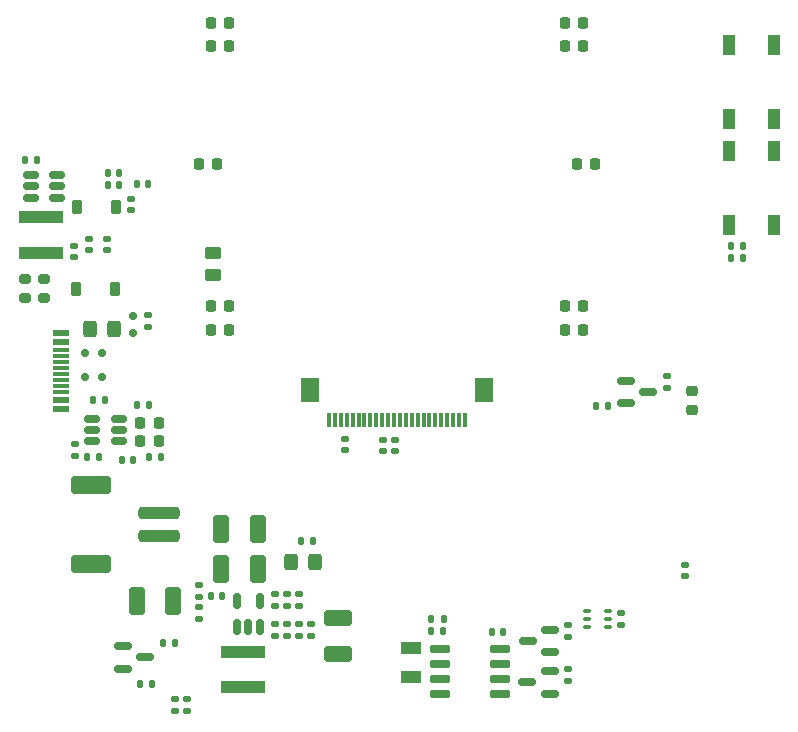
<source format=gtp>
%TF.GenerationSoftware,KiCad,Pcbnew,8.0.0*%
%TF.CreationDate,2024-03-17T03:11:13-07:00*%
%TF.ProjectId,ai-camera-rev3.2,61692d63-616d-4657-9261-2d726576332e,rev3.2*%
%TF.SameCoordinates,PX5a995c0PY2aea540*%
%TF.FileFunction,Paste,Top*%
%TF.FilePolarity,Positive*%
%FSLAX46Y46*%
G04 Gerber Fmt 4.6, Leading zero omitted, Abs format (unit mm)*
G04 Created by KiCad (PCBNEW 8.0.0) date 2024-03-17 03:11:13*
%MOMM*%
%LPD*%
G01*
G04 APERTURE LIST*
G04 Aperture macros list*
%AMRoundRect*
0 Rectangle with rounded corners*
0 $1 Rounding radius*
0 $2 $3 $4 $5 $6 $7 $8 $9 X,Y pos of 4 corners*
0 Add a 4 corners polygon primitive as box body*
4,1,4,$2,$3,$4,$5,$6,$7,$8,$9,$2,$3,0*
0 Add four circle primitives for the rounded corners*
1,1,$1+$1,$2,$3*
1,1,$1+$1,$4,$5*
1,1,$1+$1,$6,$7*
1,1,$1+$1,$8,$9*
0 Add four rect primitives between the rounded corners*
20,1,$1+$1,$2,$3,$4,$5,0*
20,1,$1+$1,$4,$5,$6,$7,0*
20,1,$1+$1,$6,$7,$8,$9,0*
20,1,$1+$1,$8,$9,$2,$3,0*%
G04 Aperture macros list end*
%ADD10RoundRect,0.140000X-0.140000X-0.170000X0.140000X-0.170000X0.140000X0.170000X-0.140000X0.170000X0*%
%ADD11RoundRect,0.075000X0.250000X0.075000X-0.250000X0.075000X-0.250000X-0.075000X0.250000X-0.075000X0*%
%ADD12RoundRect,0.150000X-0.725000X-0.150000X0.725000X-0.150000X0.725000X0.150000X-0.725000X0.150000X0*%
%ADD13R,3.700000X1.100000*%
%ADD14RoundRect,0.140000X-0.170000X0.140000X-0.170000X-0.140000X0.170000X-0.140000X0.170000X0.140000X0*%
%ADD15RoundRect,0.200000X0.275000X-0.200000X0.275000X0.200000X-0.275000X0.200000X-0.275000X-0.200000X0*%
%ADD16RoundRect,0.135000X0.135000X0.185000X-0.135000X0.185000X-0.135000X-0.185000X0.135000X-0.185000X0*%
%ADD17RoundRect,0.150000X-0.150000X-0.200000X0.150000X-0.200000X0.150000X0.200000X-0.150000X0.200000X0*%
%ADD18R,1.000000X1.700000*%
%ADD19R,1.800000X1.000000*%
%ADD20RoundRect,0.250000X-0.325000X-0.450000X0.325000X-0.450000X0.325000X0.450000X-0.325000X0.450000X0*%
%ADD21RoundRect,0.218750X0.256250X-0.218750X0.256250X0.218750X-0.256250X0.218750X-0.256250X-0.218750X0*%
%ADD22RoundRect,0.135000X-0.135000X-0.185000X0.135000X-0.185000X0.135000X0.185000X-0.135000X0.185000X0*%
%ADD23RoundRect,0.218750X-0.218750X-0.256250X0.218750X-0.256250X0.218750X0.256250X-0.218750X0.256250X0*%
%ADD24RoundRect,0.250000X0.412500X0.925000X-0.412500X0.925000X-0.412500X-0.925000X0.412500X-0.925000X0*%
%ADD25RoundRect,0.140000X0.170000X-0.140000X0.170000X0.140000X-0.170000X0.140000X-0.170000X-0.140000X0*%
%ADD26RoundRect,0.135000X0.185000X-0.135000X0.185000X0.135000X-0.185000X0.135000X-0.185000X-0.135000X0*%
%ADD27RoundRect,0.135000X-0.185000X0.135000X-0.185000X-0.135000X0.185000X-0.135000X0.185000X0.135000X0*%
%ADD28RoundRect,0.250000X-1.500000X0.250000X-1.500000X-0.250000X1.500000X-0.250000X1.500000X0.250000X0*%
%ADD29RoundRect,0.250001X-1.449999X0.499999X-1.449999X-0.499999X1.449999X-0.499999X1.449999X0.499999X0*%
%ADD30RoundRect,0.250000X0.325000X0.450000X-0.325000X0.450000X-0.325000X-0.450000X0.325000X-0.450000X0*%
%ADD31RoundRect,0.150000X0.512500X0.150000X-0.512500X0.150000X-0.512500X-0.150000X0.512500X-0.150000X0*%
%ADD32R,0.300000X1.300000*%
%ADD33R,1.600000X2.000000*%
%ADD34RoundRect,0.150000X0.587500X0.150000X-0.587500X0.150000X-0.587500X-0.150000X0.587500X-0.150000X0*%
%ADD35RoundRect,0.150000X-0.200000X0.150000X-0.200000X-0.150000X0.200000X-0.150000X0.200000X0.150000X0*%
%ADD36RoundRect,0.225000X0.225000X0.375000X-0.225000X0.375000X-0.225000X-0.375000X0.225000X-0.375000X0*%
%ADD37RoundRect,0.150000X0.150000X-0.512500X0.150000X0.512500X-0.150000X0.512500X-0.150000X-0.512500X0*%
%ADD38RoundRect,0.225000X-0.225000X-0.375000X0.225000X-0.375000X0.225000X0.375000X-0.225000X0.375000X0*%
%ADD39RoundRect,0.140000X0.140000X0.170000X-0.140000X0.170000X-0.140000X-0.170000X0.140000X-0.170000X0*%
%ADD40RoundRect,0.150000X-0.587500X-0.150000X0.587500X-0.150000X0.587500X0.150000X-0.587500X0.150000X0*%
%ADD41R,1.450000X0.600000*%
%ADD42R,1.450000X0.300000*%
%ADD43RoundRect,0.250000X0.925000X-0.412500X0.925000X0.412500X-0.925000X0.412500X-0.925000X-0.412500X0*%
%ADD44RoundRect,0.250000X0.450000X-0.262500X0.450000X0.262500X-0.450000X0.262500X-0.450000X-0.262500X0*%
G04 APERTURE END LIST*
D10*
X11712000Y-47000000D03*
X12672000Y-47000000D03*
D11*
X52900000Y-61150000D03*
X52900000Y-60500000D03*
X52900000Y-59850000D03*
X51100000Y-59850000D03*
X51100000Y-60500000D03*
X51100000Y-61150000D03*
D12*
X38605000Y-62995000D03*
X38605000Y-64265000D03*
X38605000Y-65535000D03*
X38605000Y-66805000D03*
X43755000Y-66805000D03*
X43755000Y-65535000D03*
X43755000Y-64265000D03*
X43755000Y-62995000D03*
D13*
X22000000Y-63250000D03*
X22000000Y-66250000D03*
D14*
X25654000Y-58406000D03*
X25654000Y-59366000D03*
D15*
X5100000Y-33325000D03*
X5100000Y-31675000D03*
D10*
X43040000Y-61620000D03*
X44000000Y-61620000D03*
D16*
X14260000Y-66020000D03*
X13240000Y-66020000D03*
D15*
X3500000Y-33325000D03*
X3500000Y-31675000D03*
D16*
X16200000Y-62530000D03*
X15180000Y-62530000D03*
D17*
X10007500Y-37970000D03*
X8607500Y-37970000D03*
D18*
X66900000Y-20850000D03*
X66900000Y-27150000D03*
X63100000Y-20850000D03*
X63100000Y-27150000D03*
D19*
X36220000Y-65430000D03*
X36220000Y-62930000D03*
D20*
X8975000Y-35930000D03*
X11025000Y-35930000D03*
D14*
X12450000Y-24905000D03*
X12450000Y-25865000D03*
D21*
X60000000Y-42787500D03*
X60000000Y-41212500D03*
D22*
X63250000Y-28890000D03*
X64270000Y-28890000D03*
D23*
X13248987Y-45459099D03*
X14823987Y-45459099D03*
X19212500Y-36000000D03*
X20787500Y-36000000D03*
D22*
X14040000Y-46750000D03*
X15060000Y-46750000D03*
D24*
X16075000Y-59000000D03*
X13000000Y-59000000D03*
D22*
X37910000Y-61500000D03*
X38930000Y-61500000D03*
D25*
X34798000Y-46261000D03*
X34798000Y-45301000D03*
D26*
X49500000Y-62010000D03*
X49500000Y-60990000D03*
D24*
X23212500Y-56250000D03*
X20137500Y-56250000D03*
D13*
X4850000Y-29490000D03*
X4850000Y-26490000D03*
D23*
X19212500Y-12000000D03*
X20787500Y-12000000D03*
D10*
X26900000Y-53900000D03*
X27860000Y-53900000D03*
D27*
X13920000Y-34750000D03*
X13920000Y-35770000D03*
D28*
X14850000Y-51500000D03*
X14850000Y-53500000D03*
D29*
X9100000Y-55850000D03*
X9100000Y-49150000D03*
D30*
X28075000Y-55670000D03*
X26025000Y-55670000D03*
D23*
X49212500Y-34000000D03*
X50787500Y-34000000D03*
D10*
X19250000Y-58550000D03*
X20210000Y-58550000D03*
D23*
X19212500Y-34000000D03*
X20787500Y-34000000D03*
D27*
X18270000Y-57570000D03*
X18270000Y-58590000D03*
D14*
X8910000Y-28320000D03*
X8910000Y-29280000D03*
D23*
X13261486Y-43859099D03*
X14836486Y-43859099D03*
D27*
X18260000Y-59500000D03*
X18260000Y-60520000D03*
D14*
X17200000Y-67300000D03*
X17200000Y-68260000D03*
D31*
X6247500Y-24820000D03*
X6247500Y-23870000D03*
X6247500Y-22920000D03*
X3972500Y-22920000D03*
X3972500Y-23870000D03*
X3972500Y-24820000D03*
D32*
X40750000Y-43600000D03*
X40250000Y-43600000D03*
X39750000Y-43600000D03*
X39250000Y-43600000D03*
X38750000Y-43600000D03*
X38250000Y-43600000D03*
X37750000Y-43600000D03*
X37250000Y-43600000D03*
X36750000Y-43600000D03*
X36250000Y-43600000D03*
X35750000Y-43600000D03*
X35250000Y-43600000D03*
X34750000Y-43600000D03*
X34250000Y-43600000D03*
X33750000Y-43600000D03*
X33250000Y-43600000D03*
X32750000Y-43600000D03*
X32250000Y-43600000D03*
X31750000Y-43600000D03*
X31250000Y-43600000D03*
X30750000Y-43600000D03*
X30250000Y-43600000D03*
X29750000Y-43600000D03*
X29250000Y-43600000D03*
D33*
X42400000Y-41120000D03*
X27600000Y-41120000D03*
D23*
X49212500Y-10000000D03*
X50787500Y-10000000D03*
D34*
X47927500Y-63290000D03*
X47927500Y-61390000D03*
X46052500Y-62340000D03*
D26*
X16200000Y-68310000D03*
X16200000Y-67290000D03*
D35*
X12630000Y-36270000D03*
X12630000Y-34870000D03*
D23*
X19212500Y-10000000D03*
X20787500Y-10000000D03*
D18*
X66900000Y-11850000D03*
X66900000Y-18150000D03*
X63100000Y-11850000D03*
X63100000Y-18150000D03*
D36*
X11220000Y-25600000D03*
X7920000Y-25600000D03*
D10*
X10520000Y-23750000D03*
X11480000Y-23750000D03*
D22*
X3480000Y-21620000D03*
X4500000Y-21620000D03*
D23*
X49212500Y-12000000D03*
X50787500Y-12000000D03*
D26*
X49500000Y-65760000D03*
X49500000Y-64740000D03*
D25*
X59410000Y-56880000D03*
X59410000Y-55920000D03*
D14*
X27686000Y-60946000D03*
X27686000Y-61906000D03*
X25654000Y-60946000D03*
X25654000Y-61906000D03*
D17*
X10007500Y-40030000D03*
X8607500Y-40030000D03*
D37*
X21462500Y-61200000D03*
X22412500Y-61200000D03*
X23362500Y-61200000D03*
X23362500Y-58925000D03*
X21462500Y-58925000D03*
D14*
X24638000Y-60946000D03*
X24638000Y-61906000D03*
D26*
X7725000Y-46710000D03*
X7725000Y-45690000D03*
D14*
X26670000Y-60946000D03*
X26670000Y-61906000D03*
D23*
X49212500Y-36000000D03*
X50787500Y-36000000D03*
D25*
X26670000Y-59366000D03*
X26670000Y-58406000D03*
D22*
X37920000Y-60500000D03*
X38940000Y-60500000D03*
D10*
X10520000Y-22750000D03*
X11480000Y-22750000D03*
D25*
X33782000Y-46261000D03*
X33782000Y-45301000D03*
D27*
X57830000Y-39940000D03*
X57830000Y-40960000D03*
D25*
X54000000Y-60980000D03*
X54000000Y-60020000D03*
D23*
X50212500Y-22000000D03*
X51787500Y-22000000D03*
D38*
X7790000Y-32530000D03*
X11090000Y-32530000D03*
D22*
X13013986Y-42409099D03*
X14033986Y-42409099D03*
D39*
X10255000Y-41975000D03*
X9295000Y-41975000D03*
D22*
X8715000Y-46750000D03*
X9735000Y-46750000D03*
D23*
X18212500Y-22000000D03*
X19787500Y-22000000D03*
D40*
X54380000Y-40300000D03*
X54380000Y-42200000D03*
X56255000Y-41250000D03*
D41*
X6545000Y-36250000D03*
X6545000Y-37050000D03*
D42*
X6545000Y-38250000D03*
X6545000Y-39250000D03*
X6545000Y-39750000D03*
X6545000Y-40750000D03*
D41*
X6545000Y-41950000D03*
X6545000Y-42750000D03*
X6545000Y-42750000D03*
X6545000Y-41950000D03*
D42*
X6545000Y-41250000D03*
X6545000Y-40250000D03*
X6545000Y-38750000D03*
X6545000Y-37750000D03*
D41*
X6545000Y-37050000D03*
X6545000Y-36250000D03*
D25*
X10490000Y-29285000D03*
X10490000Y-28325000D03*
D16*
X52830000Y-42470000D03*
X51810000Y-42470000D03*
D25*
X24638000Y-59366000D03*
X24638000Y-58406000D03*
D40*
X11832500Y-62790000D03*
X11832500Y-64690000D03*
X13707500Y-63740000D03*
D22*
X63250000Y-29900000D03*
X64270000Y-29900000D03*
D25*
X30607000Y-46221000D03*
X30607000Y-45261000D03*
D34*
X47917500Y-66800000D03*
X47917500Y-64900000D03*
X46042500Y-65850000D03*
D43*
X29972000Y-63471500D03*
X29972000Y-60396500D03*
D31*
X11475000Y-45449999D03*
X11475000Y-44499999D03*
X11475000Y-43549999D03*
X9200000Y-43549999D03*
X9200000Y-44499999D03*
X9200000Y-45449999D03*
D44*
X19440000Y-31332500D03*
X19440000Y-29507500D03*
D24*
X23212500Y-52875001D03*
X20137500Y-52875001D03*
D14*
X7630000Y-28890000D03*
X7630000Y-29850000D03*
D39*
X13950000Y-23630000D03*
X12990000Y-23630000D03*
M02*

</source>
